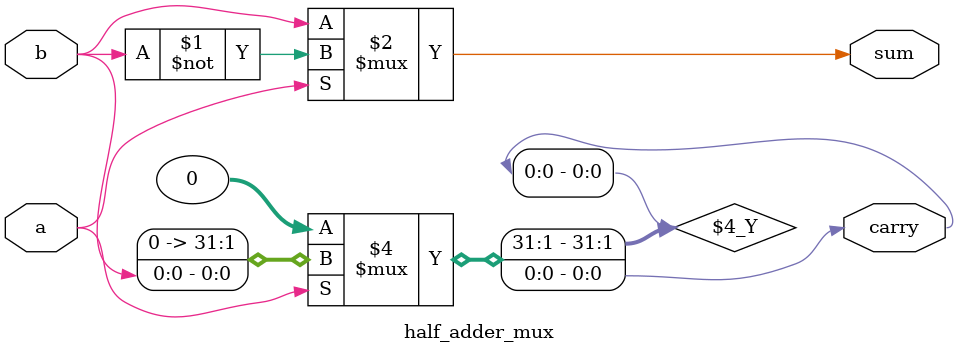
<source format=v>
`timescale 1ns / 1ps


module half_adder_mux(

input a,
input b,
output sum,
output carry
    );
    
 assign sum = a ? ~b: b;
 assign carry = a ? b : 0;   
endmodule

</source>
